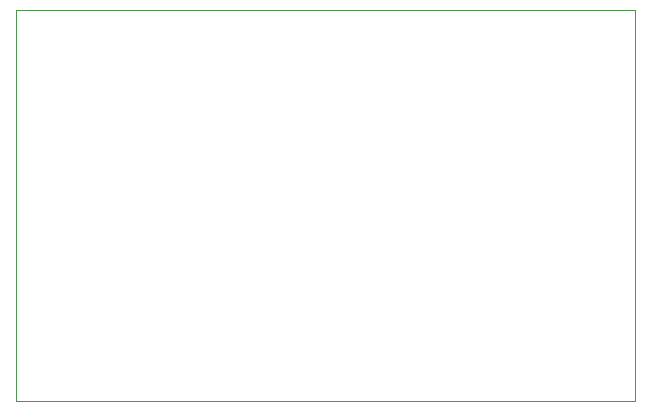
<source format=gm1>
G04 #@! TF.FileFunction,Profile,NP*
%FSLAX46Y46*%
G04 Gerber Fmt 4.6, Leading zero omitted, Abs format (unit mm)*
G04 Created by KiCad (PCBNEW 4.0.6) date 06/11/18 13:09:12*
%MOMM*%
%LPD*%
G01*
G04 APERTURE LIST*
%ADD10C,0.150000*%
%ADD11C,0.100000*%
G04 APERTURE END LIST*
D10*
D11*
X318270000Y-158550000D02*
X265900000Y-158550000D01*
X318270000Y-125500000D02*
X318270000Y-158550000D01*
X314410000Y-125500000D02*
X318270000Y-125500000D01*
X265900000Y-158550000D02*
X265900000Y-147200000D01*
X265900000Y-125500000D02*
X314410000Y-125500000D01*
X265900000Y-125500000D02*
X265900000Y-147200000D01*
M02*

</source>
